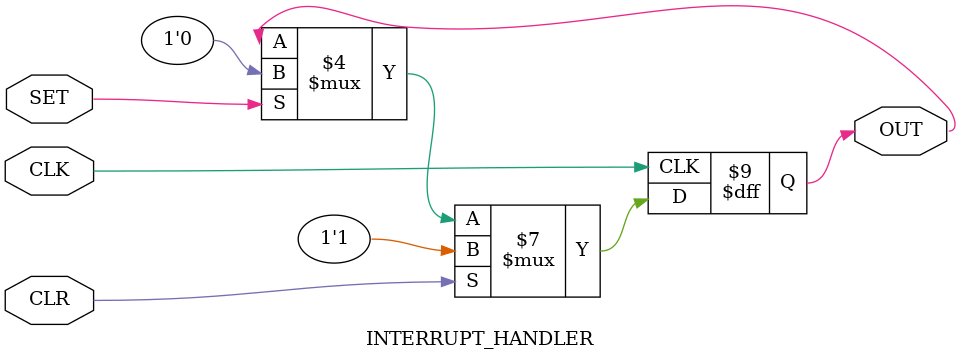
<source format=sv>
`timescale 1ns / 1ps

module INTERRUPT_HANDLER(
    input logic SET,
    input logic CLR,
    input logic CLK,
    output logic OUT
    );

always_ff @ (posedge CLK) begin

if (CLR == 1'b1) begin
    OUT <= 1'b1;
    end
else if (SET == 1'b1) begin
    OUT <= 1'b0;
    end     
end
endmodule

</source>
